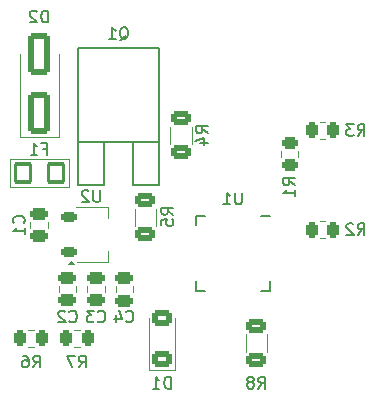
<source format=gbr>
%TF.GenerationSoftware,KiCad,Pcbnew,9.0.4-unknown*%
%TF.CreationDate,2025-11-20T10:05:47+01:00*%
%TF.ProjectId,KlimatizaceSamsung,4b6c696d-6174-4697-9a61-636553616d73,rev?*%
%TF.SameCoordinates,Original*%
%TF.FileFunction,Legend,Bot*%
%TF.FilePolarity,Positive*%
%FSLAX46Y46*%
G04 Gerber Fmt 4.6, Leading zero omitted, Abs format (unit mm)*
G04 Created by KiCad (PCBNEW 9.0.4-unknown) date 2025-11-20 10:05:47*
%MOMM*%
%LPD*%
G01*
G04 APERTURE LIST*
G04 Aperture macros list*
%AMRoundRect*
0 Rectangle with rounded corners*
0 $1 Rounding radius*
0 $2 $3 $4 $5 $6 $7 $8 $9 X,Y pos of 4 corners*
0 Add a 4 corners polygon primitive as box body*
4,1,4,$2,$3,$4,$5,$6,$7,$8,$9,$2,$3,0*
0 Add four circle primitives for the rounded corners*
1,1,$1+$1,$2,$3*
1,1,$1+$1,$4,$5*
1,1,$1+$1,$6,$7*
1,1,$1+$1,$8,$9*
0 Add four rect primitives between the rounded corners*
20,1,$1+$1,$2,$3,$4,$5,0*
20,1,$1+$1,$4,$5,$6,$7,0*
20,1,$1+$1,$6,$7,$8,$9,0*
20,1,$1+$1,$8,$9,$2,$3,0*%
%AMFreePoly0*
4,1,9,3.862500,-0.866500,0.737500,-0.866500,0.737500,-0.450000,-0.737500,-0.450000,-0.737500,0.450000,0.737500,0.450000,0.737500,0.866500,3.862500,0.866500,3.862500,-0.866500,3.862500,-0.866500,$1*%
G04 Aperture macros list end*
%ADD10C,0.150000*%
%ADD11C,0.120000*%
%ADD12C,0.200000*%
%ADD13C,0.300000*%
%ADD14C,3.200000*%
%ADD15O,4.000000X2.500000*%
%ADD16C,1.600000*%
%ADD17C,4.000000*%
%ADD18O,4.000000X4.000000*%
%ADD19R,1.700000X1.700000*%
%ADD20O,1.700000X1.700000*%
%ADD21R,2.500000X1.600000*%
%ADD22O,2.500000X1.600000*%
%ADD23RoundRect,0.250000X0.262500X0.450000X-0.262500X0.450000X-0.262500X-0.450000X0.262500X-0.450000X0*%
%ADD24RoundRect,0.225000X-0.425000X-0.225000X0.425000X-0.225000X0.425000X0.225000X-0.425000X0.225000X0*%
%ADD25FreePoly0,0.000000*%
%ADD26RoundRect,0.250000X-0.625000X0.312500X-0.625000X-0.312500X0.625000X-0.312500X0.625000X0.312500X0*%
%ADD27RoundRect,0.250000X-0.475000X0.250000X-0.475000X-0.250000X0.475000X-0.250000X0.475000X0.250000X0*%
%ADD28RoundRect,0.250000X0.650000X-1.500000X0.650000X1.500000X-0.650000X1.500000X-0.650000X-1.500000X0*%
%ADD29RoundRect,0.250000X-0.262500X-0.450000X0.262500X-0.450000X0.262500X0.450000X-0.262500X0.450000X0*%
%ADD30RoundRect,0.160000X0.640000X0.740000X-0.640000X0.740000X-0.640000X-0.740000X0.640000X-0.740000X0*%
%ADD31RoundRect,0.250000X0.600000X-0.400000X0.600000X0.400000X-0.600000X0.400000X-0.600000X-0.400000X0*%
%ADD32R,1.500000X0.370000*%
%ADD33R,0.370000X1.500000*%
%ADD34R,1.062500X0.830000*%
%ADD35R,1.062500X1.062500*%
%ADD36R,1.062500X0.650000*%
%ADD37RoundRect,0.250000X0.625000X-0.312500X0.625000X0.312500X-0.625000X0.312500X-0.625000X-0.312500X0*%
%ADD38RoundRect,0.250000X0.450000X-0.262500X0.450000X0.262500X-0.450000X0.262500X-0.450000X-0.262500X0*%
%ADD39R,6.096000X6.096000*%
%ADD40R,1.651000X3.048000*%
G04 APERTURE END LIST*
D10*
X116366666Y-74054819D02*
X116699999Y-73578628D01*
X116938094Y-74054819D02*
X116938094Y-73054819D01*
X116938094Y-73054819D02*
X116557142Y-73054819D01*
X116557142Y-73054819D02*
X116461904Y-73102438D01*
X116461904Y-73102438D02*
X116414285Y-73150057D01*
X116414285Y-73150057D02*
X116366666Y-73245295D01*
X116366666Y-73245295D02*
X116366666Y-73388152D01*
X116366666Y-73388152D02*
X116414285Y-73483390D01*
X116414285Y-73483390D02*
X116461904Y-73531009D01*
X116461904Y-73531009D02*
X116557142Y-73578628D01*
X116557142Y-73578628D02*
X116938094Y-73578628D01*
X116033332Y-73054819D02*
X115366666Y-73054819D01*
X115366666Y-73054819D02*
X115795237Y-74054819D01*
X118161904Y-59054819D02*
X118161904Y-59864342D01*
X118161904Y-59864342D02*
X118114285Y-59959580D01*
X118114285Y-59959580D02*
X118066666Y-60007200D01*
X118066666Y-60007200D02*
X117971428Y-60054819D01*
X117971428Y-60054819D02*
X117780952Y-60054819D01*
X117780952Y-60054819D02*
X117685714Y-60007200D01*
X117685714Y-60007200D02*
X117638095Y-59959580D01*
X117638095Y-59959580D02*
X117590476Y-59864342D01*
X117590476Y-59864342D02*
X117590476Y-59054819D01*
X117161904Y-59150057D02*
X117114285Y-59102438D01*
X117114285Y-59102438D02*
X117019047Y-59054819D01*
X117019047Y-59054819D02*
X116780952Y-59054819D01*
X116780952Y-59054819D02*
X116685714Y-59102438D01*
X116685714Y-59102438D02*
X116638095Y-59150057D01*
X116638095Y-59150057D02*
X116590476Y-59245295D01*
X116590476Y-59245295D02*
X116590476Y-59340533D01*
X116590476Y-59340533D02*
X116638095Y-59483390D01*
X116638095Y-59483390D02*
X117209523Y-60054819D01*
X117209523Y-60054819D02*
X116590476Y-60054819D01*
X131566666Y-75854819D02*
X131899999Y-75378628D01*
X132138094Y-75854819D02*
X132138094Y-74854819D01*
X132138094Y-74854819D02*
X131757142Y-74854819D01*
X131757142Y-74854819D02*
X131661904Y-74902438D01*
X131661904Y-74902438D02*
X131614285Y-74950057D01*
X131614285Y-74950057D02*
X131566666Y-75045295D01*
X131566666Y-75045295D02*
X131566666Y-75188152D01*
X131566666Y-75188152D02*
X131614285Y-75283390D01*
X131614285Y-75283390D02*
X131661904Y-75331009D01*
X131661904Y-75331009D02*
X131757142Y-75378628D01*
X131757142Y-75378628D02*
X132138094Y-75378628D01*
X130995237Y-75283390D02*
X131090475Y-75235771D01*
X131090475Y-75235771D02*
X131138094Y-75188152D01*
X131138094Y-75188152D02*
X131185713Y-75092914D01*
X131185713Y-75092914D02*
X131185713Y-75045295D01*
X131185713Y-75045295D02*
X131138094Y-74950057D01*
X131138094Y-74950057D02*
X131090475Y-74902438D01*
X131090475Y-74902438D02*
X130995237Y-74854819D01*
X130995237Y-74854819D02*
X130804761Y-74854819D01*
X130804761Y-74854819D02*
X130709523Y-74902438D01*
X130709523Y-74902438D02*
X130661904Y-74950057D01*
X130661904Y-74950057D02*
X130614285Y-75045295D01*
X130614285Y-75045295D02*
X130614285Y-75092914D01*
X130614285Y-75092914D02*
X130661904Y-75188152D01*
X130661904Y-75188152D02*
X130709523Y-75235771D01*
X130709523Y-75235771D02*
X130804761Y-75283390D01*
X130804761Y-75283390D02*
X130995237Y-75283390D01*
X130995237Y-75283390D02*
X131090475Y-75331009D01*
X131090475Y-75331009D02*
X131138094Y-75378628D01*
X131138094Y-75378628D02*
X131185713Y-75473866D01*
X131185713Y-75473866D02*
X131185713Y-75664342D01*
X131185713Y-75664342D02*
X131138094Y-75759580D01*
X131138094Y-75759580D02*
X131090475Y-75807200D01*
X131090475Y-75807200D02*
X130995237Y-75854819D01*
X130995237Y-75854819D02*
X130804761Y-75854819D01*
X130804761Y-75854819D02*
X130709523Y-75807200D01*
X130709523Y-75807200D02*
X130661904Y-75759580D01*
X130661904Y-75759580D02*
X130614285Y-75664342D01*
X130614285Y-75664342D02*
X130614285Y-75473866D01*
X130614285Y-75473866D02*
X130661904Y-75378628D01*
X130661904Y-75378628D02*
X130709523Y-75331009D01*
X130709523Y-75331009D02*
X130804761Y-75283390D01*
X115566666Y-70159580D02*
X115614285Y-70207200D01*
X115614285Y-70207200D02*
X115757142Y-70254819D01*
X115757142Y-70254819D02*
X115852380Y-70254819D01*
X115852380Y-70254819D02*
X115995237Y-70207200D01*
X115995237Y-70207200D02*
X116090475Y-70111961D01*
X116090475Y-70111961D02*
X116138094Y-70016723D01*
X116138094Y-70016723D02*
X116185713Y-69826247D01*
X116185713Y-69826247D02*
X116185713Y-69683390D01*
X116185713Y-69683390D02*
X116138094Y-69492914D01*
X116138094Y-69492914D02*
X116090475Y-69397676D01*
X116090475Y-69397676D02*
X115995237Y-69302438D01*
X115995237Y-69302438D02*
X115852380Y-69254819D01*
X115852380Y-69254819D02*
X115757142Y-69254819D01*
X115757142Y-69254819D02*
X115614285Y-69302438D01*
X115614285Y-69302438D02*
X115566666Y-69350057D01*
X115185713Y-69350057D02*
X115138094Y-69302438D01*
X115138094Y-69302438D02*
X115042856Y-69254819D01*
X115042856Y-69254819D02*
X114804761Y-69254819D01*
X114804761Y-69254819D02*
X114709523Y-69302438D01*
X114709523Y-69302438D02*
X114661904Y-69350057D01*
X114661904Y-69350057D02*
X114614285Y-69445295D01*
X114614285Y-69445295D02*
X114614285Y-69540533D01*
X114614285Y-69540533D02*
X114661904Y-69683390D01*
X114661904Y-69683390D02*
X115233332Y-70254819D01*
X115233332Y-70254819D02*
X114614285Y-70254819D01*
X113738094Y-44854819D02*
X113738094Y-43854819D01*
X113738094Y-43854819D02*
X113499999Y-43854819D01*
X113499999Y-43854819D02*
X113357142Y-43902438D01*
X113357142Y-43902438D02*
X113261904Y-43997676D01*
X113261904Y-43997676D02*
X113214285Y-44092914D01*
X113214285Y-44092914D02*
X113166666Y-44283390D01*
X113166666Y-44283390D02*
X113166666Y-44426247D01*
X113166666Y-44426247D02*
X113214285Y-44616723D01*
X113214285Y-44616723D02*
X113261904Y-44711961D01*
X113261904Y-44711961D02*
X113357142Y-44807200D01*
X113357142Y-44807200D02*
X113499999Y-44854819D01*
X113499999Y-44854819D02*
X113738094Y-44854819D01*
X112785713Y-43950057D02*
X112738094Y-43902438D01*
X112738094Y-43902438D02*
X112642856Y-43854819D01*
X112642856Y-43854819D02*
X112404761Y-43854819D01*
X112404761Y-43854819D02*
X112309523Y-43902438D01*
X112309523Y-43902438D02*
X112261904Y-43950057D01*
X112261904Y-43950057D02*
X112214285Y-44045295D01*
X112214285Y-44045295D02*
X112214285Y-44140533D01*
X112214285Y-44140533D02*
X112261904Y-44283390D01*
X112261904Y-44283390D02*
X112833332Y-44854819D01*
X112833332Y-44854819D02*
X112214285Y-44854819D01*
X139966666Y-62854819D02*
X140299999Y-62378628D01*
X140538094Y-62854819D02*
X140538094Y-61854819D01*
X140538094Y-61854819D02*
X140157142Y-61854819D01*
X140157142Y-61854819D02*
X140061904Y-61902438D01*
X140061904Y-61902438D02*
X140014285Y-61950057D01*
X140014285Y-61950057D02*
X139966666Y-62045295D01*
X139966666Y-62045295D02*
X139966666Y-62188152D01*
X139966666Y-62188152D02*
X140014285Y-62283390D01*
X140014285Y-62283390D02*
X140061904Y-62331009D01*
X140061904Y-62331009D02*
X140157142Y-62378628D01*
X140157142Y-62378628D02*
X140538094Y-62378628D01*
X139585713Y-61950057D02*
X139538094Y-61902438D01*
X139538094Y-61902438D02*
X139442856Y-61854819D01*
X139442856Y-61854819D02*
X139204761Y-61854819D01*
X139204761Y-61854819D02*
X139109523Y-61902438D01*
X139109523Y-61902438D02*
X139061904Y-61950057D01*
X139061904Y-61950057D02*
X139014285Y-62045295D01*
X139014285Y-62045295D02*
X139014285Y-62140533D01*
X139014285Y-62140533D02*
X139061904Y-62283390D01*
X139061904Y-62283390D02*
X139633332Y-62854819D01*
X139633332Y-62854819D02*
X139014285Y-62854819D01*
X113333333Y-55531009D02*
X113666666Y-55531009D01*
X113666666Y-56054819D02*
X113666666Y-55054819D01*
X113666666Y-55054819D02*
X113190476Y-55054819D01*
X112285714Y-56054819D02*
X112857142Y-56054819D01*
X112571428Y-56054819D02*
X112571428Y-55054819D01*
X112571428Y-55054819D02*
X112666666Y-55197676D01*
X112666666Y-55197676D02*
X112761904Y-55292914D01*
X112761904Y-55292914D02*
X112857142Y-55340533D01*
X117966666Y-70159580D02*
X118014285Y-70207200D01*
X118014285Y-70207200D02*
X118157142Y-70254819D01*
X118157142Y-70254819D02*
X118252380Y-70254819D01*
X118252380Y-70254819D02*
X118395237Y-70207200D01*
X118395237Y-70207200D02*
X118490475Y-70111961D01*
X118490475Y-70111961D02*
X118538094Y-70016723D01*
X118538094Y-70016723D02*
X118585713Y-69826247D01*
X118585713Y-69826247D02*
X118585713Y-69683390D01*
X118585713Y-69683390D02*
X118538094Y-69492914D01*
X118538094Y-69492914D02*
X118490475Y-69397676D01*
X118490475Y-69397676D02*
X118395237Y-69302438D01*
X118395237Y-69302438D02*
X118252380Y-69254819D01*
X118252380Y-69254819D02*
X118157142Y-69254819D01*
X118157142Y-69254819D02*
X118014285Y-69302438D01*
X118014285Y-69302438D02*
X117966666Y-69350057D01*
X117633332Y-69254819D02*
X117014285Y-69254819D01*
X117014285Y-69254819D02*
X117347618Y-69635771D01*
X117347618Y-69635771D02*
X117204761Y-69635771D01*
X117204761Y-69635771D02*
X117109523Y-69683390D01*
X117109523Y-69683390D02*
X117061904Y-69731009D01*
X117061904Y-69731009D02*
X117014285Y-69826247D01*
X117014285Y-69826247D02*
X117014285Y-70064342D01*
X117014285Y-70064342D02*
X117061904Y-70159580D01*
X117061904Y-70159580D02*
X117109523Y-70207200D01*
X117109523Y-70207200D02*
X117204761Y-70254819D01*
X117204761Y-70254819D02*
X117490475Y-70254819D01*
X117490475Y-70254819D02*
X117585713Y-70207200D01*
X117585713Y-70207200D02*
X117633332Y-70159580D01*
X112479166Y-74054819D02*
X112812499Y-73578628D01*
X113050594Y-74054819D02*
X113050594Y-73054819D01*
X113050594Y-73054819D02*
X112669642Y-73054819D01*
X112669642Y-73054819D02*
X112574404Y-73102438D01*
X112574404Y-73102438D02*
X112526785Y-73150057D01*
X112526785Y-73150057D02*
X112479166Y-73245295D01*
X112479166Y-73245295D02*
X112479166Y-73388152D01*
X112479166Y-73388152D02*
X112526785Y-73483390D01*
X112526785Y-73483390D02*
X112574404Y-73531009D01*
X112574404Y-73531009D02*
X112669642Y-73578628D01*
X112669642Y-73578628D02*
X113050594Y-73578628D01*
X111622023Y-73054819D02*
X111812499Y-73054819D01*
X111812499Y-73054819D02*
X111907737Y-73102438D01*
X111907737Y-73102438D02*
X111955356Y-73150057D01*
X111955356Y-73150057D02*
X112050594Y-73292914D01*
X112050594Y-73292914D02*
X112098213Y-73483390D01*
X112098213Y-73483390D02*
X112098213Y-73864342D01*
X112098213Y-73864342D02*
X112050594Y-73959580D01*
X112050594Y-73959580D02*
X112002975Y-74007200D01*
X112002975Y-74007200D02*
X111907737Y-74054819D01*
X111907737Y-74054819D02*
X111717261Y-74054819D01*
X111717261Y-74054819D02*
X111622023Y-74007200D01*
X111622023Y-74007200D02*
X111574404Y-73959580D01*
X111574404Y-73959580D02*
X111526785Y-73864342D01*
X111526785Y-73864342D02*
X111526785Y-73626247D01*
X111526785Y-73626247D02*
X111574404Y-73531009D01*
X111574404Y-73531009D02*
X111622023Y-73483390D01*
X111622023Y-73483390D02*
X111717261Y-73435771D01*
X111717261Y-73435771D02*
X111907737Y-73435771D01*
X111907737Y-73435771D02*
X112002975Y-73483390D01*
X112002975Y-73483390D02*
X112050594Y-73531009D01*
X112050594Y-73531009D02*
X112098213Y-73626247D01*
X124138094Y-75854819D02*
X124138094Y-74854819D01*
X124138094Y-74854819D02*
X123899999Y-74854819D01*
X123899999Y-74854819D02*
X123757142Y-74902438D01*
X123757142Y-74902438D02*
X123661904Y-74997676D01*
X123661904Y-74997676D02*
X123614285Y-75092914D01*
X123614285Y-75092914D02*
X123566666Y-75283390D01*
X123566666Y-75283390D02*
X123566666Y-75426247D01*
X123566666Y-75426247D02*
X123614285Y-75616723D01*
X123614285Y-75616723D02*
X123661904Y-75711961D01*
X123661904Y-75711961D02*
X123757142Y-75807200D01*
X123757142Y-75807200D02*
X123899999Y-75854819D01*
X123899999Y-75854819D02*
X124138094Y-75854819D01*
X122614285Y-75854819D02*
X123185713Y-75854819D01*
X122899999Y-75854819D02*
X122899999Y-74854819D01*
X122899999Y-74854819D02*
X122995237Y-74997676D01*
X122995237Y-74997676D02*
X123090475Y-75092914D01*
X123090475Y-75092914D02*
X123185713Y-75140533D01*
X120366666Y-70159580D02*
X120414285Y-70207200D01*
X120414285Y-70207200D02*
X120557142Y-70254819D01*
X120557142Y-70254819D02*
X120652380Y-70254819D01*
X120652380Y-70254819D02*
X120795237Y-70207200D01*
X120795237Y-70207200D02*
X120890475Y-70111961D01*
X120890475Y-70111961D02*
X120938094Y-70016723D01*
X120938094Y-70016723D02*
X120985713Y-69826247D01*
X120985713Y-69826247D02*
X120985713Y-69683390D01*
X120985713Y-69683390D02*
X120938094Y-69492914D01*
X120938094Y-69492914D02*
X120890475Y-69397676D01*
X120890475Y-69397676D02*
X120795237Y-69302438D01*
X120795237Y-69302438D02*
X120652380Y-69254819D01*
X120652380Y-69254819D02*
X120557142Y-69254819D01*
X120557142Y-69254819D02*
X120414285Y-69302438D01*
X120414285Y-69302438D02*
X120366666Y-69350057D01*
X119509523Y-69588152D02*
X119509523Y-70254819D01*
X119747618Y-69207200D02*
X119985713Y-69921485D01*
X119985713Y-69921485D02*
X119366666Y-69921485D01*
X130161904Y-59254819D02*
X130161904Y-60064342D01*
X130161904Y-60064342D02*
X130114285Y-60159580D01*
X130114285Y-60159580D02*
X130066666Y-60207200D01*
X130066666Y-60207200D02*
X129971428Y-60254819D01*
X129971428Y-60254819D02*
X129780952Y-60254819D01*
X129780952Y-60254819D02*
X129685714Y-60207200D01*
X129685714Y-60207200D02*
X129638095Y-60159580D01*
X129638095Y-60159580D02*
X129590476Y-60064342D01*
X129590476Y-60064342D02*
X129590476Y-59254819D01*
X128590476Y-60254819D02*
X129161904Y-60254819D01*
X128876190Y-60254819D02*
X128876190Y-59254819D01*
X128876190Y-59254819D02*
X128971428Y-59397676D01*
X128971428Y-59397676D02*
X129066666Y-59492914D01*
X129066666Y-59492914D02*
X129161904Y-59540533D01*
X111679580Y-61833333D02*
X111727200Y-61785714D01*
X111727200Y-61785714D02*
X111774819Y-61642857D01*
X111774819Y-61642857D02*
X111774819Y-61547619D01*
X111774819Y-61547619D02*
X111727200Y-61404762D01*
X111727200Y-61404762D02*
X111631961Y-61309524D01*
X111631961Y-61309524D02*
X111536723Y-61261905D01*
X111536723Y-61261905D02*
X111346247Y-61214286D01*
X111346247Y-61214286D02*
X111203390Y-61214286D01*
X111203390Y-61214286D02*
X111012914Y-61261905D01*
X111012914Y-61261905D02*
X110917676Y-61309524D01*
X110917676Y-61309524D02*
X110822438Y-61404762D01*
X110822438Y-61404762D02*
X110774819Y-61547619D01*
X110774819Y-61547619D02*
X110774819Y-61642857D01*
X110774819Y-61642857D02*
X110822438Y-61785714D01*
X110822438Y-61785714D02*
X110870057Y-61833333D01*
X111774819Y-62785714D02*
X111774819Y-62214286D01*
X111774819Y-62500000D02*
X110774819Y-62500000D01*
X110774819Y-62500000D02*
X110917676Y-62404762D01*
X110917676Y-62404762D02*
X111012914Y-62309524D01*
X111012914Y-62309524D02*
X111060533Y-62214286D01*
X127274819Y-54233333D02*
X126798628Y-53900000D01*
X127274819Y-53661905D02*
X126274819Y-53661905D01*
X126274819Y-53661905D02*
X126274819Y-54042857D01*
X126274819Y-54042857D02*
X126322438Y-54138095D01*
X126322438Y-54138095D02*
X126370057Y-54185714D01*
X126370057Y-54185714D02*
X126465295Y-54233333D01*
X126465295Y-54233333D02*
X126608152Y-54233333D01*
X126608152Y-54233333D02*
X126703390Y-54185714D01*
X126703390Y-54185714D02*
X126751009Y-54138095D01*
X126751009Y-54138095D02*
X126798628Y-54042857D01*
X126798628Y-54042857D02*
X126798628Y-53661905D01*
X126608152Y-55090476D02*
X127274819Y-55090476D01*
X126227200Y-54852381D02*
X126941485Y-54614286D01*
X126941485Y-54614286D02*
X126941485Y-55233333D01*
X124354819Y-61133333D02*
X123878628Y-60800000D01*
X124354819Y-60561905D02*
X123354819Y-60561905D01*
X123354819Y-60561905D02*
X123354819Y-60942857D01*
X123354819Y-60942857D02*
X123402438Y-61038095D01*
X123402438Y-61038095D02*
X123450057Y-61085714D01*
X123450057Y-61085714D02*
X123545295Y-61133333D01*
X123545295Y-61133333D02*
X123688152Y-61133333D01*
X123688152Y-61133333D02*
X123783390Y-61085714D01*
X123783390Y-61085714D02*
X123831009Y-61038095D01*
X123831009Y-61038095D02*
X123878628Y-60942857D01*
X123878628Y-60942857D02*
X123878628Y-60561905D01*
X123354819Y-62038095D02*
X123354819Y-61561905D01*
X123354819Y-61561905D02*
X123831009Y-61514286D01*
X123831009Y-61514286D02*
X123783390Y-61561905D01*
X123783390Y-61561905D02*
X123735771Y-61657143D01*
X123735771Y-61657143D02*
X123735771Y-61895238D01*
X123735771Y-61895238D02*
X123783390Y-61990476D01*
X123783390Y-61990476D02*
X123831009Y-62038095D01*
X123831009Y-62038095D02*
X123926247Y-62085714D01*
X123926247Y-62085714D02*
X124164342Y-62085714D01*
X124164342Y-62085714D02*
X124259580Y-62038095D01*
X124259580Y-62038095D02*
X124307200Y-61990476D01*
X124307200Y-61990476D02*
X124354819Y-61895238D01*
X124354819Y-61895238D02*
X124354819Y-61657143D01*
X124354819Y-61657143D02*
X124307200Y-61561905D01*
X124307200Y-61561905D02*
X124259580Y-61514286D01*
X134654819Y-58633333D02*
X134178628Y-58300000D01*
X134654819Y-58061905D02*
X133654819Y-58061905D01*
X133654819Y-58061905D02*
X133654819Y-58442857D01*
X133654819Y-58442857D02*
X133702438Y-58538095D01*
X133702438Y-58538095D02*
X133750057Y-58585714D01*
X133750057Y-58585714D02*
X133845295Y-58633333D01*
X133845295Y-58633333D02*
X133988152Y-58633333D01*
X133988152Y-58633333D02*
X134083390Y-58585714D01*
X134083390Y-58585714D02*
X134131009Y-58538095D01*
X134131009Y-58538095D02*
X134178628Y-58442857D01*
X134178628Y-58442857D02*
X134178628Y-58061905D01*
X134654819Y-59585714D02*
X134654819Y-59014286D01*
X134654819Y-59300000D02*
X133654819Y-59300000D01*
X133654819Y-59300000D02*
X133797676Y-59204762D01*
X133797676Y-59204762D02*
X133892914Y-59109524D01*
X133892914Y-59109524D02*
X133940533Y-59014286D01*
X119809238Y-46350057D02*
X119904476Y-46302438D01*
X119904476Y-46302438D02*
X119999714Y-46207200D01*
X119999714Y-46207200D02*
X120142571Y-46064342D01*
X120142571Y-46064342D02*
X120237809Y-46016723D01*
X120237809Y-46016723D02*
X120333047Y-46016723D01*
X120285428Y-46254819D02*
X120380666Y-46207200D01*
X120380666Y-46207200D02*
X120475904Y-46111961D01*
X120475904Y-46111961D02*
X120523523Y-45921485D01*
X120523523Y-45921485D02*
X120523523Y-45588152D01*
X120523523Y-45588152D02*
X120475904Y-45397676D01*
X120475904Y-45397676D02*
X120380666Y-45302438D01*
X120380666Y-45302438D02*
X120285428Y-45254819D01*
X120285428Y-45254819D02*
X120094952Y-45254819D01*
X120094952Y-45254819D02*
X119999714Y-45302438D01*
X119999714Y-45302438D02*
X119904476Y-45397676D01*
X119904476Y-45397676D02*
X119856857Y-45588152D01*
X119856857Y-45588152D02*
X119856857Y-45921485D01*
X119856857Y-45921485D02*
X119904476Y-46111961D01*
X119904476Y-46111961D02*
X119999714Y-46207200D01*
X119999714Y-46207200D02*
X120094952Y-46254819D01*
X120094952Y-46254819D02*
X120285428Y-46254819D01*
X118904476Y-46254819D02*
X119475904Y-46254819D01*
X119190190Y-46254819D02*
X119190190Y-45254819D01*
X119190190Y-45254819D02*
X119285428Y-45397676D01*
X119285428Y-45397676D02*
X119380666Y-45492914D01*
X119380666Y-45492914D02*
X119475904Y-45540533D01*
X139966666Y-54454819D02*
X140299999Y-53978628D01*
X140538094Y-54454819D02*
X140538094Y-53454819D01*
X140538094Y-53454819D02*
X140157142Y-53454819D01*
X140157142Y-53454819D02*
X140061904Y-53502438D01*
X140061904Y-53502438D02*
X140014285Y-53550057D01*
X140014285Y-53550057D02*
X139966666Y-53645295D01*
X139966666Y-53645295D02*
X139966666Y-53788152D01*
X139966666Y-53788152D02*
X140014285Y-53883390D01*
X140014285Y-53883390D02*
X140061904Y-53931009D01*
X140061904Y-53931009D02*
X140157142Y-53978628D01*
X140157142Y-53978628D02*
X140538094Y-53978628D01*
X139633332Y-53454819D02*
X139014285Y-53454819D01*
X139014285Y-53454819D02*
X139347618Y-53835771D01*
X139347618Y-53835771D02*
X139204761Y-53835771D01*
X139204761Y-53835771D02*
X139109523Y-53883390D01*
X139109523Y-53883390D02*
X139061904Y-53931009D01*
X139061904Y-53931009D02*
X139014285Y-54026247D01*
X139014285Y-54026247D02*
X139014285Y-54264342D01*
X139014285Y-54264342D02*
X139061904Y-54359580D01*
X139061904Y-54359580D02*
X139109523Y-54407200D01*
X139109523Y-54407200D02*
X139204761Y-54454819D01*
X139204761Y-54454819D02*
X139490475Y-54454819D01*
X139490475Y-54454819D02*
X139585713Y-54407200D01*
X139585713Y-54407200D02*
X139633332Y-54359580D01*
D11*
%TO.C,R7*%
X116427064Y-70865000D02*
X115972936Y-70865000D01*
X116427064Y-72335000D02*
X115972936Y-72335000D01*
%TO.C,U2*%
X116242500Y-65160000D02*
X118822500Y-65160000D01*
X118822500Y-60440000D02*
X116102500Y-60440000D01*
X118822500Y-61420000D02*
X118822500Y-60440000D01*
X118822500Y-64180000D02*
X118822500Y-65160000D01*
X115932500Y-65340000D02*
X115452500Y-65340000D01*
X115692500Y-65010000D01*
X115932500Y-65340000D01*
G36*
X115932500Y-65340000D02*
G01*
X115452500Y-65340000D01*
X115692500Y-65010000D01*
X115932500Y-65340000D01*
G37*
%TO.C,R8*%
X130490000Y-71272936D02*
X130490000Y-72727064D01*
X132310000Y-71272936D02*
X132310000Y-72727064D01*
%TO.C,C2*%
X114665000Y-67138748D02*
X114665000Y-67661252D01*
X116135000Y-67138748D02*
X116135000Y-67661252D01*
%TO.C,D2*%
X111350000Y-54510000D02*
X111350000Y-47500000D01*
X114650000Y-54510000D02*
X111350000Y-54510000D01*
X114650000Y-54510000D02*
X114650000Y-47500000D01*
%TO.C,R2*%
X136772936Y-61665000D02*
X137227064Y-61665000D01*
X136772936Y-63135000D02*
X137227064Y-63135000D01*
%TO.C,F1*%
X115500000Y-56400000D02*
X110500000Y-56400000D01*
X110500000Y-58800000D01*
X115500000Y-58800000D01*
X115500000Y-56400000D01*
%TO.C,C3*%
X117065000Y-67138748D02*
X117065000Y-67661252D01*
X118535000Y-67138748D02*
X118535000Y-67661252D01*
%TO.C,R6*%
X112085436Y-70865000D02*
X112539564Y-70865000D01*
X112085436Y-72335000D02*
X112539564Y-72335000D01*
%TO.C,D1*%
X122290000Y-74260000D02*
X122290000Y-69850000D01*
X124510000Y-69850000D02*
X124510000Y-74260000D01*
X124510000Y-74260000D02*
X122290000Y-74260000D01*
%TO.C,C4*%
X119465000Y-67188748D02*
X119465000Y-67711252D01*
X120935000Y-67188748D02*
X120935000Y-67711252D01*
D10*
%TO.C,U1*%
X126250000Y-61250000D02*
X126250000Y-62040000D01*
X126250000Y-61250000D02*
X127040000Y-61250000D01*
X126250000Y-67550000D02*
X126250000Y-66760000D01*
X126250000Y-67550000D02*
X127040000Y-67550000D01*
X132550000Y-61250000D02*
X131760000Y-61250000D01*
X132550000Y-67550000D02*
X131760000Y-67550000D01*
X132550000Y-67550000D02*
X132550000Y-66760000D01*
D11*
%TO.C,C1*%
X112265000Y-61738748D02*
X112265000Y-62261252D01*
X113735000Y-61738748D02*
X113735000Y-62261252D01*
%TO.C,R4*%
X124090000Y-55127064D02*
X124090000Y-53672936D01*
X125910000Y-55127064D02*
X125910000Y-53672936D01*
%TO.C,R5*%
X121090000Y-60610436D02*
X121090000Y-62064564D01*
X122910000Y-60610436D02*
X122910000Y-62064564D01*
%TO.C,R1*%
X133465000Y-56227064D02*
X133465000Y-55772936D01*
X134935000Y-56227064D02*
X134935000Y-55772936D01*
D12*
%TO.C,Q1*%
X116314000Y-47000000D02*
X116314000Y-55000000D01*
X116314000Y-55000000D02*
X123114000Y-55000000D01*
X116314000Y-58600000D02*
X116314000Y-55000000D01*
X118514000Y-55000000D02*
X118514000Y-58600000D01*
X118514000Y-58600000D02*
X116314000Y-58600000D01*
X120914000Y-58600000D02*
X120914000Y-55000000D01*
X123114000Y-47000000D02*
X116314000Y-47000000D01*
X123114000Y-55000000D02*
X123114000Y-47000000D01*
X123114000Y-55000000D02*
X123114000Y-58600000D01*
X123114000Y-58600000D02*
X120914000Y-58600000D01*
D11*
%TO.C,R3*%
X137227064Y-53265000D02*
X136772936Y-53265000D01*
X137227064Y-54735000D02*
X136772936Y-54735000D01*
%TD*%
%LPC*%
D13*
%TO.C,U1*%
X127925000Y-64900000D02*
G75*
G02*
X128501791Y-65449833I50000J-525000D01*
G01*
X130300000Y-64825000D02*
G75*
G02*
X130849833Y-64248208I525003J49998D01*
G01*
X130875000Y-65850000D02*
G75*
G02*
X130298208Y-65300167I-49998J525003D01*
G01*
%TD*%
D14*
%TO.C,*%
X106000000Y-74500000D03*
%TD*%
D15*
%TO.C,J4*%
X106000000Y-48000000D03*
X106000000Y-53000000D03*
X106000000Y-58000000D03*
%TD*%
D14*
%TO.C,Dira3mmNTPH*%
X152000000Y-74500000D03*
%TD*%
D16*
%TO.C,TP3*%
X137000000Y-56600000D03*
%TD*%
D14*
%TO.C,Dira3mmNTPH*%
X152000000Y-41500000D03*
%TD*%
D17*
%TO.C,J2*%
X152200000Y-65500000D03*
D18*
X152200000Y-60500000D03*
%TD*%
D14*
%TO.C,Dira3mmNTPH*%
X106000000Y-41500000D03*
%TD*%
D16*
%TO.C,TP1*%
X127400000Y-73400000D03*
%TD*%
%TO.C,TP2*%
X137000000Y-59800000D03*
%TD*%
D19*
%TO.C,J1*%
X131600000Y-57200000D03*
D20*
X131600000Y-54660000D03*
X131600000Y-52120000D03*
X131600000Y-49580000D03*
X131600000Y-47040000D03*
%TD*%
D21*
%TO.C,U3*%
X137590000Y-65530000D03*
D22*
X137590000Y-68070000D03*
X145210000Y-68070000D03*
X145210000Y-65530000D03*
%TD*%
D17*
%TO.C,J3*%
X152200000Y-55500000D03*
D18*
X152200000Y-50500000D03*
%TD*%
D17*
%TO.C,J5*%
X106000000Y-63000000D03*
D18*
X106000000Y-68000000D03*
%TD*%
D21*
%TO.C,U4*%
X137590000Y-48330000D03*
D22*
X137590000Y-50870000D03*
X145210000Y-50870000D03*
X145210000Y-48330000D03*
%TD*%
D23*
%TO.C,R7*%
X117112500Y-71600000D03*
X115287500Y-71600000D03*
%TD*%
D24*
%TO.C,U2*%
X115512500Y-64300000D03*
D25*
X115600000Y-62800000D03*
D24*
X115512500Y-61300000D03*
%TD*%
D26*
%TO.C,R8*%
X131400000Y-70537500D03*
X131400000Y-73462500D03*
%TD*%
D27*
%TO.C,C2*%
X115400000Y-66450000D03*
X115400000Y-68350000D03*
%TD*%
D28*
%TO.C,D2*%
X113000000Y-52500000D03*
X113000000Y-47500000D03*
%TD*%
D29*
%TO.C,R2*%
X136087500Y-62400000D03*
X137912500Y-62400000D03*
%TD*%
D30*
%TO.C,F1*%
X111600000Y-57600000D03*
X114400000Y-57600000D03*
%TD*%
D27*
%TO.C,C3*%
X117800000Y-66450000D03*
X117800000Y-68350000D03*
%TD*%
D29*
%TO.C,R6*%
X111400000Y-71600000D03*
X113225000Y-71600000D03*
%TD*%
D31*
%TO.C,D1*%
X123400000Y-73350000D03*
X123400000Y-69850000D03*
%TD*%
D27*
%TO.C,C4*%
X120200000Y-66500000D03*
X120200000Y-68400000D03*
%TD*%
D32*
%TO.C,U1*%
X132500000Y-62450000D03*
X132500000Y-63100000D03*
X132500000Y-63750000D03*
X132500000Y-64400000D03*
X132500000Y-65050000D03*
X132500000Y-65700000D03*
X132500000Y-66350000D03*
D33*
X131350000Y-67500000D03*
X130700000Y-67500000D03*
X130050000Y-67500000D03*
X129400000Y-67500000D03*
X128750000Y-67500000D03*
X128100000Y-67500000D03*
X127450000Y-67500000D03*
D32*
X126300000Y-66350000D03*
X126300000Y-65700000D03*
X126300000Y-65050000D03*
X126300000Y-64400000D03*
X126300000Y-63750000D03*
X126300000Y-63100000D03*
X126300000Y-62450000D03*
D33*
X127450000Y-61300000D03*
X128100000Y-61300000D03*
X128750000Y-61300000D03*
X129400000Y-61300000D03*
X130050000Y-61300000D03*
X130700000Y-61300000D03*
X131350000Y-61300000D03*
D34*
X130993750Y-66110000D03*
D35*
X130993750Y-63868750D03*
X130993750Y-62806250D03*
X129931250Y-65993750D03*
X129931250Y-64931250D03*
X129931250Y-63868750D03*
X129931250Y-62806250D03*
X128868750Y-65993750D03*
X128868750Y-64931250D03*
X128868750Y-63868750D03*
X128868750Y-62806250D03*
D36*
X127806250Y-64725000D03*
D35*
X127806250Y-63868750D03*
X127806250Y-62806250D03*
%TD*%
D27*
%TO.C,C1*%
X113000000Y-61050000D03*
X113000000Y-62950000D03*
%TD*%
D37*
%TO.C,R4*%
X125000000Y-55862500D03*
X125000000Y-52937500D03*
%TD*%
D26*
%TO.C,R5*%
X122000000Y-59875000D03*
X122000000Y-62800000D03*
%TD*%
D38*
%TO.C,R1*%
X134200000Y-56912500D03*
X134200000Y-55087500D03*
%TD*%
D39*
%TO.C,Q1*%
X119714000Y-50450000D03*
D40*
X122000000Y-56800000D03*
X117428000Y-56800000D03*
%TD*%
D23*
%TO.C,R3*%
X137912500Y-54000000D03*
X136087500Y-54000000D03*
%TD*%
%LPD*%
M02*

</source>
